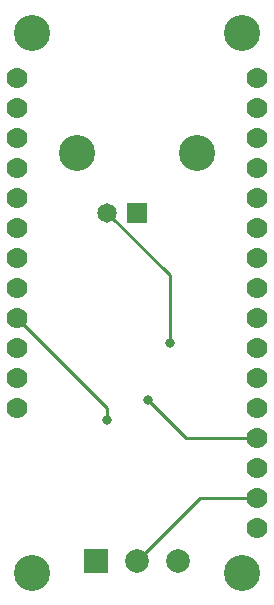
<source format=gbr>
G04 #@! TF.GenerationSoftware,KiCad,Pcbnew,5.0.2-bee76a0~70~ubuntu18.04.1*
G04 #@! TF.CreationDate,2019-02-21T16:56:04-08:00*
G04 #@! TF.ProjectId,ph_feather_wing,70685f66-6561-4746-9865-725f77696e67,rev?*
G04 #@! TF.SameCoordinates,Original*
G04 #@! TF.FileFunction,Copper,L2,Bot*
G04 #@! TF.FilePolarity,Positive*
%FSLAX46Y46*%
G04 Gerber Fmt 4.6, Leading zero omitted, Abs format (unit mm)*
G04 Created by KiCad (PCBNEW 5.0.2-bee76a0~70~ubuntu18.04.1) date Thu 21 Feb 2019 04:56:04 PM PST*
%MOMM*%
%LPD*%
G01*
G04 APERTURE LIST*
G04 #@! TA.AperFunction,WasherPad*
%ADD10C,3.048000*%
G04 #@! TD*
G04 #@! TA.AperFunction,ComponentPad*
%ADD11C,3.048000*%
G04 #@! TD*
G04 #@! TA.AperFunction,ComponentPad*
%ADD12C,1.778000*%
G04 #@! TD*
G04 #@! TA.AperFunction,ComponentPad*
%ADD13R,1.651000X1.651000*%
G04 #@! TD*
G04 #@! TA.AperFunction,ComponentPad*
%ADD14C,1.651000*%
G04 #@! TD*
G04 #@! TA.AperFunction,ComponentPad*
%ADD15C,2.000000*%
G04 #@! TD*
G04 #@! TA.AperFunction,ComponentPad*
%ADD16R,2.000000X2.000000*%
G04 #@! TD*
G04 #@! TA.AperFunction,ViaPad*
%ADD17C,0.800000*%
G04 #@! TD*
G04 #@! TA.AperFunction,Conductor*
%ADD18C,0.250000*%
G04 #@! TD*
G04 APERTURE END LIST*
D10*
G04 #@! TO.P,W1,*
G04 #@! TO.N,*
X67310000Y-53340000D03*
X85090000Y-53340000D03*
D11*
X85090000Y-99060000D03*
X67310000Y-99060000D03*
D12*
G04 #@! TO.P,W1,1*
G04 #@! TO.N,Net-(W1-Pad1)*
X66040000Y-57150000D03*
G04 #@! TO.P,W1,2*
G04 #@! TO.N,Net-(W1-Pad2)*
X66040000Y-59690000D03*
G04 #@! TO.P,W1,3*
G04 #@! TO.N,Net-(W1-Pad3)*
X66040000Y-62230000D03*
G04 #@! TO.P,W1,4*
G04 #@! TO.N,Net-(W1-Pad4)*
X66040000Y-64770000D03*
G04 #@! TO.P,W1,5*
G04 #@! TO.N,Net-(W1-Pad5)*
X66040000Y-67310000D03*
G04 #@! TO.P,W1,6*
G04 #@! TO.N,Net-(W1-Pad6)*
X66040000Y-69850000D03*
G04 #@! TO.P,W1,7*
G04 #@! TO.N,/TEMP_DATA*
X66040000Y-72390000D03*
G04 #@! TO.P,W1,8*
G04 #@! TO.N,/BUTTON_1*
X66040000Y-74930000D03*
G04 #@! TO.P,W1,9*
G04 #@! TO.N,/BUTTON_2*
X66040000Y-77470000D03*
G04 #@! TO.P,W1,10*
G04 #@! TO.N,Net-(W1-Pad10)*
X66040000Y-80010000D03*
G04 #@! TO.P,W1,11*
G04 #@! TO.N,Net-(W1-Pad11)*
X66040000Y-82550000D03*
G04 #@! TO.P,W1,12*
G04 #@! TO.N,Net-(W1-Pad12)*
X66040000Y-85090000D03*
G04 #@! TO.P,W1,13*
G04 #@! TO.N,Net-(W1-Pad13)*
X86360000Y-95250000D03*
G04 #@! TO.P,W1,14*
G04 #@! TO.N,/3V3*
X86360000Y-92710000D03*
G04 #@! TO.P,W1,15*
G04 #@! TO.N,Net-(W1-Pad15)*
X86360000Y-90170000D03*
G04 #@! TO.P,W1,16*
G04 #@! TO.N,GND*
X86360000Y-87630000D03*
G04 #@! TO.P,W1,17*
G04 #@! TO.N,Net-(W1-Pad17)*
X86360000Y-85090000D03*
G04 #@! TO.P,W1,18*
G04 #@! TO.N,Net-(W1-Pad18)*
X86360000Y-82550000D03*
G04 #@! TO.P,W1,19*
G04 #@! TO.N,/PH_VOUT*
X86360000Y-80010000D03*
G04 #@! TO.P,W1,20*
G04 #@! TO.N,Net-(W1-Pad20)*
X86360000Y-77470000D03*
G04 #@! TO.P,W1,21*
G04 #@! TO.N,Net-(W1-Pad21)*
X86360000Y-74930000D03*
G04 #@! TO.P,W1,22*
G04 #@! TO.N,Net-(W1-Pad22)*
X86360000Y-72390000D03*
G04 #@! TO.P,W1,23*
G04 #@! TO.N,Net-(W1-Pad23)*
X86360000Y-69850000D03*
G04 #@! TO.P,W1,24*
G04 #@! TO.N,Net-(W1-Pad24)*
X86360000Y-67310000D03*
G04 #@! TO.P,W1,25*
G04 #@! TO.N,Net-(W1-Pad25)*
X86360000Y-64770000D03*
G04 #@! TO.P,W1,26*
G04 #@! TO.N,Net-(W1-Pad26)*
X86360000Y-62230000D03*
G04 #@! TO.P,W1,27*
G04 #@! TO.N,Net-(W1-Pad27)*
X86360000Y-59690000D03*
G04 #@! TO.P,W1,28*
G04 #@! TO.N,Net-(W1-Pad28)*
X86360000Y-57150000D03*
G04 #@! TD*
D11*
G04 #@! TO.P,J1,*
G04 #@! TO.N,*
X71120000Y-63500000D03*
X81280000Y-63500000D03*
D13*
G04 #@! TO.P,J1,1*
G04 #@! TO.N,/PROBE_OUT*
X76200000Y-68580000D03*
D14*
G04 #@! TO.P,J1,2*
G04 #@! TO.N,/PROBE_VGND*
X73660000Y-68580000D03*
G04 #@! TD*
D15*
G04 #@! TO.P,J2,2*
G04 #@! TO.N,/3V3*
X76200000Y-98044000D03*
D16*
G04 #@! TO.P,J2,1*
G04 #@! TO.N,/TEMP_DATA*
X72699880Y-98044000D03*
D15*
G04 #@! TO.P,J2,3*
G04 #@! TO.N,GND*
X79700120Y-98044000D03*
G04 #@! TD*
D17*
G04 #@! TO.N,GND*
X77139800Y-84429600D03*
G04 #@! TO.N,/PROBE_VGND*
X78984200Y-79634200D03*
G04 #@! TO.N,/BUTTON_2*
X73691200Y-86141600D03*
G04 #@! TD*
D18*
G04 #@! TO.N,GND*
X77139800Y-84429600D02*
X80340200Y-87630000D01*
X80340200Y-87630000D02*
X86360000Y-87630000D01*
G04 #@! TO.N,/3V3*
X86360000Y-92710000D02*
X81534000Y-92710000D01*
X81534000Y-92710000D02*
X76200000Y-98044000D01*
G04 #@! TO.N,/PROBE_VGND*
X78984200Y-79634200D02*
X78984200Y-73904200D01*
X78984200Y-73904200D02*
X73660000Y-68580000D01*
G04 #@! TO.N,/BUTTON_2*
X73691200Y-86141600D02*
X73691200Y-85121200D01*
X73691200Y-85121200D02*
X66040000Y-77470000D01*
G04 #@! TD*
M02*

</source>
